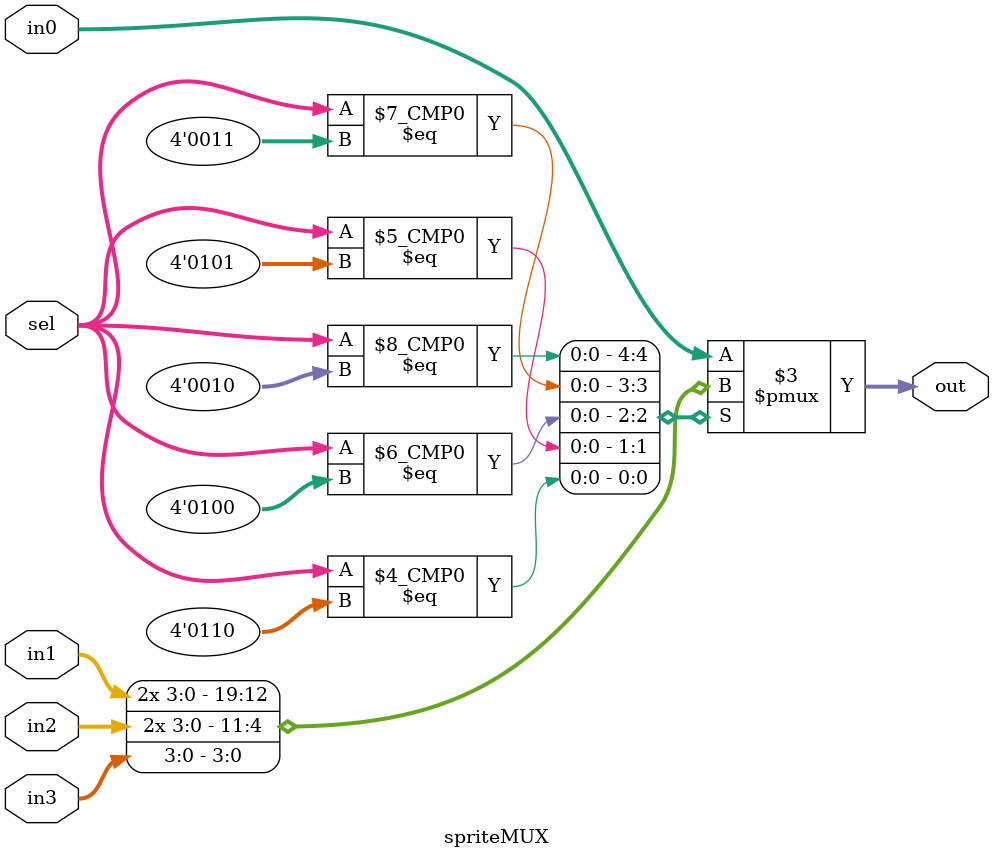
<source format=sv>
module spriteMUX(input logic [3:0] in0,
					  input logic [3:0] in1,
					  input logic [3:0] in2,
					  input logic [3:0] in3,
					  input logic [3:0] sel,
					  output logic [3:0] out);
			

			always_comb
			begin
				case(sel)
					4'd0: out = in0; //IdleR
					4'd1: out = in0; //IdleL
					
					4'd2: out = in1;
					4'd3: out = in1;
					
					4'd4: out = in2;
					4'd5: out = in2;
					
					4'd6: out = in3;
			
					default : out = in0;
				endcase
			end
endmodule

</source>
